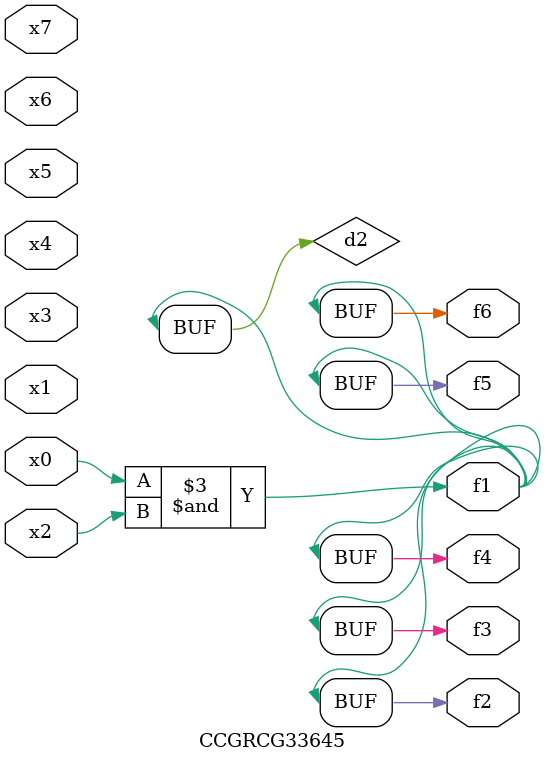
<source format=v>
module CCGRCG33645(
	input x0, x1, x2, x3, x4, x5, x6, x7,
	output f1, f2, f3, f4, f5, f6
);

	wire d1, d2;

	nor (d1, x3, x6);
	and (d2, x0, x2);
	assign f1 = d2;
	assign f2 = d2;
	assign f3 = d2;
	assign f4 = d2;
	assign f5 = d2;
	assign f6 = d2;
endmodule

</source>
